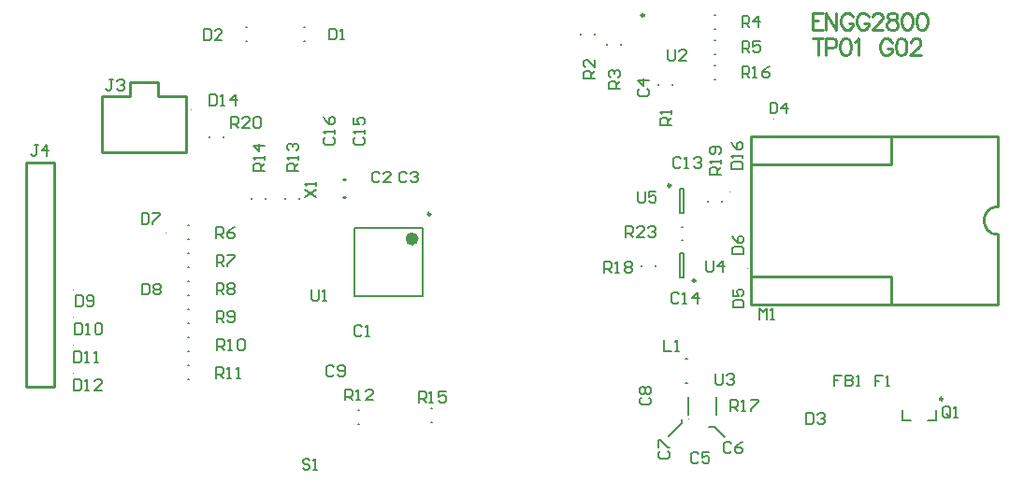
<source format=gbr>
%TF.GenerationSoftware,Altium Limited,Altium Designer,18.1.7 (191)*%
G04 Layer_Color=65535*
%FSLAX26Y26*%
%MOIN*%
%TF.FileFunction,Legend,Top*%
%TF.Part,Single*%
G01*
G75*
%TA.AperFunction,NonConductor*%
%ADD53C,0.010000*%
%ADD54C,0.003937*%
%ADD55C,0.007874*%
%ADD56C,0.008661*%
%ADD68C,0.009842*%
%ADD69C,0.023622*%
D53*
X3509685Y980000D02*
G03*
X3509685Y880000I0J-50000D01*
G01*
X43685Y336000D02*
X143685D01*
X143685Y1136000D02*
X143685Y336000D01*
X43685Y1136000D02*
X143685D01*
X43685D02*
X43685Y336000D01*
X2629685Y1130000D02*
X3129685D01*
X2629685Y730000D02*
X3129685D01*
X2629685Y630000D02*
Y1230000D01*
X3129685Y630000D02*
Y730000D01*
Y1130000D02*
Y1230000D01*
X3509685Y730000D02*
Y880000D01*
Y980000D02*
Y1130000D01*
X2629685Y630000D02*
X3129685D01*
X2629685D02*
Y730000D01*
Y1230000D02*
X3129685D01*
X2629685Y1130000D02*
Y1230000D01*
X3129685D02*
X3509685D01*
Y1130000D02*
Y1230000D01*
Y630000D02*
Y730000D01*
X3129685Y630000D02*
X3509685D01*
X1173501Y1076496D02*
X1181375D01*
X1173501Y1013504D02*
X1181375D01*
X326685Y1173000D02*
X386685D01*
X316685D02*
X326685D01*
X316685D02*
Y1273000D01*
X386685Y1173000D02*
X616685D01*
X316685Y1273000D02*
Y1373000D01*
X616685Y1173000D02*
Y1273000D01*
X316685Y1373000D02*
X416685D01*
Y1423000D01*
X516685D01*
Y1373000D02*
Y1423000D01*
Y1373000D02*
X616685D01*
Y1273000D02*
Y1373000D01*
D54*
X2553622Y1031732D02*
G03*
X2553622Y1031732I-1968J0D01*
G01*
X632157Y1325315D02*
G03*
X632157Y1325315I-1968J0D01*
G01*
X2712968Y1293496D02*
G03*
X2712968Y1293496I-1968J0D01*
G01*
X213150Y584685D02*
G03*
X213150Y584685I-1968J0D01*
G01*
Y484685D02*
G03*
X213150Y484685I-1968J0D01*
G01*
Y384685D02*
G03*
X213150Y384685I-1968J0D01*
G01*
Y683079D02*
G03*
X213150Y683079I-1968J0D01*
G01*
X545866Y784134D02*
G03*
X545866Y784134I-1968J0D01*
G01*
X543858Y884606D02*
G03*
X543858Y884606I-1968J0D01*
G01*
X2407441Y222756D02*
G03*
X2407441Y222756I-1968J0D01*
G01*
X2614150Y960685D02*
G03*
X2614150Y960685I-1968J0D01*
G01*
X2618150Y760195D02*
G03*
X2618150Y760195I-1968J0D01*
G01*
X2825157Y288213D02*
G03*
X2825157Y288213I-1968J0D01*
G01*
D55*
X2381811Y859528D02*
X2385748D01*
X2381811Y908740D02*
X2385748D01*
X2498622Y1663937D02*
X2502559D01*
X2498622Y1614724D02*
X2502559D01*
X2497638Y1572244D02*
X2501575D01*
X2497638Y1523032D02*
X2501575D01*
X2497638Y1482520D02*
X2501575D01*
X2497638Y1433307D02*
X2501575D01*
X2072441Y1594016D02*
Y1597953D01*
X2023228Y1594016D02*
Y1597953D01*
X747291Y1226032D02*
Y1229968D01*
X698079Y1226032D02*
Y1229968D01*
X1215638Y904047D02*
X1459732D01*
X1215638Y659953D02*
X1459732D01*
Y904047D01*
X1215638Y659953D02*
Y904047D01*
X2405472Y238504D02*
Y301496D01*
X2503898Y238504D02*
Y301496D01*
X2396386Y349693D02*
X2402291D01*
X2396386Y436307D02*
X2402291D01*
X3169291Y218504D02*
X3196850D01*
X3259842D02*
X3287401D01*
X3169291D02*
Y253937D01*
X3287401Y218504D02*
Y253937D01*
X2499054Y193434D02*
X2535488Y157000D01*
X2479551Y193434D02*
X2499054D01*
X2381370Y208752D02*
Y219000D01*
X2333994Y161376D02*
X2381370Y208752D01*
X2476181Y996266D02*
Y1000203D01*
X2525394Y996266D02*
Y1000203D01*
X2373496Y1043307D02*
X2389244D01*
X2373496Y956693D02*
X2389244D01*
X2373496D02*
Y1043307D01*
X2389244Y956693D02*
Y1043307D01*
X2288291Y766032D02*
Y769968D01*
X2239079Y766032D02*
Y769968D01*
X2373496Y726693D02*
X2389244D01*
X2373496Y813307D02*
X2389244D01*
Y726693D02*
Y813307D01*
X2373496Y726693D02*
Y813307D01*
X2299528Y1413150D02*
Y1417087D01*
X2348740Y1413150D02*
Y1417087D01*
X1488307Y259488D02*
X1492244D01*
X1488307Y210276D02*
X1492244D01*
X2115984Y1556929D02*
Y1560866D01*
X2165197Y1556929D02*
Y1560866D01*
X1228976Y254606D02*
X1232913D01*
X1228976Y205394D02*
X1232913D01*
X622693Y412606D02*
X626630D01*
X622693Y363394D02*
X626630D01*
X622693Y512606D02*
X626630D01*
X622693Y463394D02*
X626630D01*
X622693Y612606D02*
X626630D01*
X622693Y563394D02*
X626630D01*
X622693Y712606D02*
X626630D01*
X622693Y663394D02*
X626630D01*
X622693Y812606D02*
X626630D01*
X622693Y763394D02*
X626630D01*
X622693Y912606D02*
X626630D01*
X622693Y863394D02*
X626630D01*
X848504Y1007506D02*
Y1011443D01*
X897716Y1007506D02*
Y1011443D01*
X969079Y1008032D02*
Y1011968D01*
X1018291Y1008032D02*
Y1011968D01*
X827716Y1570394D02*
X831654D01*
X827716Y1619606D02*
X831654D01*
X1033902Y1619843D02*
X1037839D01*
X1033902Y1570630D02*
X1037839D01*
X2183347Y869764D02*
Y909121D01*
X2203025D01*
X2209585Y902562D01*
Y889442D01*
X2203025Y882883D01*
X2183347D01*
X2196466D02*
X2209585Y869764D01*
X2248942D02*
X2222704D01*
X2248942Y896002D01*
Y902562D01*
X2242383Y909121D01*
X2229264D01*
X2222704Y902562D01*
X2262061D02*
X2268621Y909121D01*
X2281740D01*
X2288300Y902562D01*
Y896002D01*
X2281740Y889442D01*
X2275180D01*
X2281740D01*
X2288300Y882883D01*
Y876323D01*
X2281740Y869764D01*
X2268621D01*
X2262061Y876323D01*
X2558910Y1112913D02*
X2598268D01*
Y1132592D01*
X2591708Y1139152D01*
X2565470D01*
X2558910Y1132592D01*
Y1112913D01*
X2598268Y1152271D02*
Y1165390D01*
Y1158830D01*
X2558910D01*
X2565470Y1152271D01*
X2558910Y1211307D02*
X2565470Y1198188D01*
X2578589Y1185069D01*
X2591708D01*
X2598268Y1191628D01*
Y1204747D01*
X2591708Y1211307D01*
X2585149D01*
X2578589Y1204747D01*
Y1185069D01*
X775512Y1261238D02*
Y1300595D01*
X795191D01*
X801750Y1294036D01*
Y1280917D01*
X795191Y1274357D01*
X775512D01*
X788631D02*
X801750Y1261238D01*
X841107D02*
X814869D01*
X841107Y1287476D01*
Y1294036D01*
X834548Y1300595D01*
X821429D01*
X814869Y1294036D01*
X854227D02*
X860786Y1300595D01*
X873905D01*
X880465Y1294036D01*
Y1267798D01*
X873905Y1261238D01*
X860786D01*
X854227Y1267798D01*
Y1294036D01*
X87026Y1199279D02*
X73906D01*
X80466D01*
Y1166481D01*
X73906Y1159921D01*
X67347D01*
X60787Y1166481D01*
X119823Y1159921D02*
Y1199279D01*
X100145Y1179600D01*
X126383D01*
X699055Y1378885D02*
Y1339528D01*
X718734D01*
X725293Y1346087D01*
Y1372325D01*
X718734Y1378885D01*
X699055D01*
X738413Y1339528D02*
X751532D01*
X744972D01*
Y1378885D01*
X738413Y1372325D01*
X790889Y1339528D02*
Y1378885D01*
X771210Y1359206D01*
X797448D01*
X216142Y364594D02*
Y325236D01*
X235820D01*
X242380Y331796D01*
Y358034D01*
X235820Y364594D01*
X216142D01*
X255499Y325236D02*
X268618D01*
X262059D01*
Y364594D01*
X255499Y358034D01*
X314535Y325236D02*
X288297D01*
X314535Y351474D01*
Y358034D01*
X307976Y364594D01*
X294856D01*
X288297Y358034D01*
X216142Y462468D02*
Y423110D01*
X235820D01*
X242380Y429670D01*
Y455908D01*
X235820Y462468D01*
X216142D01*
X255499Y423110D02*
X268618D01*
X262059D01*
Y462468D01*
X255499Y455908D01*
X288297Y423110D02*
X301416D01*
X294856D01*
Y462468D01*
X288297Y455908D01*
X217992Y563137D02*
Y523779D01*
X237671D01*
X244230Y530339D01*
Y556577D01*
X237671Y563137D01*
X217992D01*
X257349Y523779D02*
X270469D01*
X263909D01*
Y563137D01*
X257349Y556577D01*
X290147D02*
X296707Y563137D01*
X309826D01*
X316385Y556577D01*
Y530339D01*
X309826Y523779D01*
X296707D01*
X290147Y530339D01*
Y556577D01*
X2951120Y378728D02*
X2924882D01*
Y359049D01*
X2938001D01*
X2924882D01*
Y339370D01*
X2964239Y378728D02*
Y339370D01*
X2983918D01*
X2990477Y345930D01*
Y352489D01*
X2983918Y359049D01*
X2964239D01*
X2983918D01*
X2990477Y365608D01*
Y372168D01*
X2983918Y378728D01*
X2964239D01*
X3003597Y339370D02*
X3016716D01*
X3010156D01*
Y378728D01*
X3003597Y372168D01*
X220787Y664790D02*
Y625433D01*
X240466D01*
X247026Y631993D01*
Y658231D01*
X240466Y664790D01*
X220787D01*
X260145Y631993D02*
X266704Y625433D01*
X279824D01*
X286383Y631993D01*
Y658231D01*
X279824Y664790D01*
X266704D01*
X260145Y658231D01*
Y651671D01*
X266704Y645112D01*
X286383D01*
X458905Y705106D02*
Y665748D01*
X478584D01*
X485144Y672308D01*
Y698546D01*
X478584Y705106D01*
X458905D01*
X498263Y698546D02*
X504822Y705106D01*
X517942D01*
X524501Y698546D01*
Y691986D01*
X517942Y685427D01*
X524501Y678867D01*
Y672308D01*
X517942Y665748D01*
X504822D01*
X498263Y672308D01*
Y678867D01*
X504822Y685427D01*
X498263Y691986D01*
Y698546D01*
X504822Y685427D02*
X517942D01*
X457079Y956452D02*
Y917094D01*
X476757D01*
X483317Y923654D01*
Y949892D01*
X476757Y956452D01*
X457079D01*
X496436D02*
X522674D01*
Y949892D01*
X496436Y923654D01*
Y917094D01*
X2561863Y809882D02*
X2601220D01*
Y829561D01*
X2594661Y836120D01*
X2568423D01*
X2561863Y829561D01*
Y809882D01*
Y875477D02*
X2568423Y862358D01*
X2581542Y849239D01*
X2594661D01*
X2601220Y855799D01*
Y868918D01*
X2594661Y875477D01*
X2588101D01*
X2581542Y868918D01*
Y849239D01*
X2563871Y619882D02*
X2603228D01*
Y639561D01*
X2596669Y646120D01*
X2570430D01*
X2563871Y639561D01*
Y619882D01*
Y685477D02*
Y659239D01*
X2583550D01*
X2576990Y672358D01*
Y678918D01*
X2583550Y685477D01*
X2596669D01*
X2603228Y678918D01*
Y665799D01*
X2596669Y659239D01*
X1111822Y1227238D02*
X1105263Y1220679D01*
Y1207560D01*
X1111822Y1201000D01*
X1138060D01*
X1144620Y1207560D01*
Y1220679D01*
X1138060Y1227238D01*
X1144620Y1240357D02*
Y1253476D01*
Y1246917D01*
X1105263D01*
X1111822Y1240357D01*
X1105263Y1299393D02*
X1111822Y1286274D01*
X1124941Y1273155D01*
X1138060D01*
X1144620Y1279715D01*
Y1292834D01*
X1138060Y1299393D01*
X1131501D01*
X1124941Y1292834D01*
Y1273155D01*
X1218887Y1226238D02*
X1212328Y1219679D01*
Y1206560D01*
X1218887Y1200000D01*
X1245125D01*
X1251685Y1206560D01*
Y1219679D01*
X1245125Y1226238D01*
X1251685Y1239357D02*
Y1252476D01*
Y1245917D01*
X1212328D01*
X1218887Y1239357D01*
X1212328Y1298393D02*
Y1272155D01*
X1232006D01*
X1225447Y1285274D01*
Y1291834D01*
X1232006Y1298393D01*
X1245125D01*
X1251685Y1291834D01*
Y1278715D01*
X1245125Y1272155D01*
X2697008Y1351798D02*
Y1312441D01*
X2716686D01*
X2723246Y1319001D01*
Y1345239D01*
X2716686Y1351798D01*
X2697008D01*
X2756044Y1312441D02*
Y1351798D01*
X2736365Y1332120D01*
X2762603D01*
X2371711Y666262D02*
X2365151Y672822D01*
X2352032D01*
X2345472Y666262D01*
Y640024D01*
X2352032Y633465D01*
X2365151D01*
X2371711Y640024D01*
X2384830Y633465D02*
X2397949D01*
X2391389D01*
Y672822D01*
X2384830Y666262D01*
X2437306Y633465D02*
Y672822D01*
X2417628Y653143D01*
X2443866D01*
X2379522Y1150798D02*
X2372962Y1157357D01*
X2359843D01*
X2353284Y1150798D01*
Y1124560D01*
X2359843Y1118000D01*
X2372962D01*
X2379522Y1124560D01*
X2392641Y1118000D02*
X2405760D01*
X2399200D01*
Y1157357D01*
X2392641Y1150798D01*
X2425439D02*
X2431998Y1157357D01*
X2445117D01*
X2451677Y1150798D01*
Y1144238D01*
X2445117Y1137679D01*
X2438558D01*
X2445117D01*
X2451677Y1131119D01*
Y1124560D01*
X2445117Y1118000D01*
X2431998D01*
X2425439Y1124560D01*
X2520394Y1095158D02*
X2481036D01*
Y1114836D01*
X2487596Y1121396D01*
X2500715D01*
X2507275Y1114836D01*
Y1095158D01*
Y1108277D02*
X2520394Y1121396D01*
Y1134515D02*
Y1147634D01*
Y1141074D01*
X2481036D01*
X2487596Y1134515D01*
X2513834Y1167313D02*
X2520394Y1173872D01*
Y1186991D01*
X2513834Y1193551D01*
X2487596D01*
X2481036Y1186991D01*
Y1173872D01*
X2487596Y1167313D01*
X2494155D01*
X2500715Y1173872D01*
Y1193551D01*
X2106685Y744409D02*
Y783767D01*
X2126364D01*
X2132923Y777207D01*
Y764088D01*
X2126364Y757529D01*
X2106685D01*
X2119804D02*
X2132923Y744409D01*
X2146042D02*
X2159162D01*
X2152602D01*
Y783767D01*
X2146042Y777207D01*
X2178840D02*
X2185400Y783767D01*
X2198519D01*
X2205078Y777207D01*
Y770648D01*
X2198519Y764088D01*
X2205078Y757529D01*
Y750969D01*
X2198519Y744409D01*
X2185400D01*
X2178840Y750969D01*
Y757529D01*
X2185400Y764088D01*
X2178840Y770648D01*
Y777207D01*
X2185400Y764088D02*
X2198519D01*
X2658898Y577953D02*
Y617310D01*
X2672017Y604191D01*
X2685136Y617310D01*
Y577953D01*
X2698255D02*
X2711374D01*
X2704815D01*
Y617310D01*
X2698255Y610751D01*
X2469134Y786562D02*
Y753764D01*
X2475693Y747205D01*
X2488813D01*
X2495372Y753764D01*
Y786562D01*
X2528170Y747205D02*
Y786562D01*
X2508491Y766883D01*
X2534729D01*
X2224472Y1033357D02*
Y1000560D01*
X2231032Y994000D01*
X2244151D01*
X2250711Y1000560D01*
Y1033357D01*
X2290068D02*
X2263830D01*
Y1013679D01*
X2276949Y1020238D01*
X2283508D01*
X2290068Y1013679D01*
Y1000560D01*
X2283508Y994000D01*
X2270389D01*
X2263830Y1000560D01*
X1142852Y405632D02*
X1136293Y412192D01*
X1123174D01*
X1116614Y405632D01*
Y379394D01*
X1123174Y372835D01*
X1136293D01*
X1142852Y379394D01*
X1155972D02*
X1162531Y372835D01*
X1175650D01*
X1182210Y379394D01*
Y405632D01*
X1175650Y412192D01*
X1162531D01*
X1155972Y405632D01*
Y399073D01*
X1162531Y392513D01*
X1182210D01*
X3338443Y233793D02*
Y260031D01*
X3331883Y266591D01*
X3318764D01*
X3312205Y260031D01*
Y233793D01*
X3318764Y227234D01*
X3331883D01*
X3325324Y240353D02*
X3338443Y227234D01*
X3331883D02*
X3338443Y233793D01*
X3351562Y227234D02*
X3364681D01*
X3358122D01*
Y266591D01*
X3351562Y260031D01*
X3097026Y378334D02*
X3070787D01*
Y358655D01*
X3083907D01*
X3070787D01*
Y338976D01*
X3110145D02*
X3123264D01*
X3116704D01*
Y378334D01*
X3110145Y371774D01*
X2824764Y242310D02*
Y202953D01*
X2844442D01*
X2851002Y209512D01*
Y235751D01*
X2844442Y242310D01*
X2824764D01*
X2864121Y235751D02*
X2870681Y242310D01*
X2883800D01*
X2890359Y235751D01*
Y229191D01*
X2883800Y222631D01*
X2877240D01*
X2883800D01*
X2890359Y216072D01*
Y209512D01*
X2883800Y202953D01*
X2870681D01*
X2864121Y209512D01*
X2501929Y382468D02*
Y349670D01*
X2508489Y343110D01*
X2521608D01*
X2528167Y349670D01*
Y382468D01*
X2541287Y375908D02*
X2547846Y382468D01*
X2560965D01*
X2567525Y375908D01*
Y369348D01*
X2560965Y362789D01*
X2554406D01*
X2560965D01*
X2567525Y356229D01*
Y349670D01*
X2560965Y343110D01*
X2547846D01*
X2541287Y349670D01*
X2555748Y251654D02*
Y291011D01*
X2575427D01*
X2581986Y284451D01*
Y271332D01*
X2575427Y264773D01*
X2555748D01*
X2568867D02*
X2581986Y251654D01*
X2595105D02*
X2608224D01*
X2601665D01*
Y291011D01*
X2595105Y284451D01*
X2627903Y291011D02*
X2654141D01*
Y284451D01*
X2627903Y258213D01*
Y251654D01*
X2318685Y503357D02*
Y464000D01*
X2344923D01*
X2358042D02*
X2371162D01*
X2364602D01*
Y503357D01*
X2358042Y496798D01*
X2238781Y298734D02*
X2232221Y292175D01*
Y279056D01*
X2238781Y272496D01*
X2265019D01*
X2271579Y279056D01*
Y292175D01*
X2265019Y298734D01*
X2238781Y311853D02*
X2232221Y318413D01*
Y331532D01*
X2238781Y338092D01*
X2245340D01*
X2251900Y331532D01*
X2258460Y338092D01*
X2265019D01*
X2271579Y331532D01*
Y318413D01*
X2265019Y311853D01*
X2258460D01*
X2251900Y318413D01*
X2245340Y311853D01*
X2238781D01*
X2251900Y318413D02*
Y331532D01*
X2557608Y132798D02*
X2551049Y139357D01*
X2537930D01*
X2531370Y132798D01*
Y106560D01*
X2537930Y100000D01*
X2551049D01*
X2557608Y106560D01*
X2596966Y139357D02*
X2583847Y132798D01*
X2570727Y119679D01*
Y106560D01*
X2577287Y100000D01*
X2590406D01*
X2596966Y106560D01*
Y113119D01*
X2590406Y119679D01*
X2570727D01*
X2440687Y96066D02*
X2434128Y102625D01*
X2421008D01*
X2414449Y96066D01*
Y69827D01*
X2421008Y63268D01*
X2434128D01*
X2440687Y69827D01*
X2480044Y102625D02*
X2453806D01*
Y82946D01*
X2466925Y89506D01*
X2473485D01*
X2480044Y82946D01*
Y69827D01*
X2473485Y63268D01*
X2460366D01*
X2453806Y69827D01*
X2306557Y106411D02*
X2299997Y99852D01*
Y86733D01*
X2306557Y80173D01*
X2332795D01*
X2339354Y86733D01*
Y99852D01*
X2332795Y106411D01*
X2299997Y119531D02*
Y145769D01*
X2306557D01*
X2332795Y119531D01*
X2339354D01*
X1062126Y683491D02*
Y650693D01*
X1068686Y644134D01*
X1081805D01*
X1088364Y650693D01*
Y683491D01*
X1101483Y644134D02*
X1114602D01*
X1108043D01*
Y683491D01*
X1101483Y676932D01*
X1304230Y1098782D02*
X1297671Y1105342D01*
X1284552D01*
X1277992Y1098782D01*
Y1072544D01*
X1284552Y1065984D01*
X1297671D01*
X1304230Y1072544D01*
X1343588Y1065984D02*
X1317350D01*
X1343588Y1092223D01*
Y1098782D01*
X1337028Y1105342D01*
X1323909D01*
X1317350Y1098782D01*
X1242262Y549569D02*
X1235702Y556129D01*
X1222583D01*
X1216024Y549569D01*
Y523331D01*
X1222583Y516772D01*
X1235702D01*
X1242262Y523331D01*
X1255381Y516772D02*
X1268500D01*
X1261941D01*
Y556129D01*
X1255381Y549569D01*
X1056451Y74837D02*
X1049891Y81397D01*
X1036772D01*
X1030213Y74837D01*
Y68278D01*
X1036772Y61718D01*
X1049891D01*
X1056451Y55158D01*
Y48599D01*
X1049891Y42039D01*
X1036772D01*
X1030213Y48599D01*
X1069570Y42039D02*
X1082689D01*
X1076130D01*
Y81397D01*
X1069570Y74837D01*
X2597126Y1441653D02*
Y1481011D01*
X2616805D01*
X2623364Y1474451D01*
Y1461332D01*
X2616805Y1454773D01*
X2597126D01*
X2610245D02*
X2623364Y1441653D01*
X2636483D02*
X2649602D01*
X2643043D01*
Y1481011D01*
X2636483Y1474451D01*
X2695519Y1481011D02*
X2682400Y1474451D01*
X2669281Y1461332D01*
Y1448213D01*
X2675841Y1441653D01*
X2688960D01*
X2695519Y1448213D01*
Y1454773D01*
X2688960Y1461332D01*
X2669281D01*
X1444025Y280089D02*
Y319447D01*
X1463704D01*
X1470263Y312887D01*
Y299768D01*
X1463704Y293209D01*
X1444025D01*
X1457144D02*
X1470263Y280089D01*
X1483382D02*
X1496502D01*
X1489942D01*
Y319447D01*
X1483382Y312887D01*
X1542418Y319447D02*
X1516180D01*
Y299768D01*
X1529299Y306328D01*
X1535859D01*
X1542418Y299768D01*
Y286649D01*
X1535859Y280089D01*
X1522740D01*
X1516180Y286649D01*
X2345866Y1271693D02*
X2306509D01*
Y1291372D01*
X2313068Y1297931D01*
X2326187D01*
X2332747Y1291372D01*
Y1271693D01*
Y1284812D02*
X2345866Y1297931D01*
Y1311050D02*
Y1324169D01*
Y1317610D01*
X2306509D01*
X2313068Y1311050D01*
X2230887Y1398994D02*
X2224328Y1392435D01*
Y1379315D01*
X2230887Y1372756D01*
X2257125D01*
X2263685Y1379315D01*
Y1392435D01*
X2257125Y1398994D01*
X2263685Y1431792D02*
X2224328D01*
X2244006Y1412113D01*
Y1438351D01*
X355136Y1434318D02*
X342017D01*
X348576D01*
Y1401520D01*
X342017Y1394961D01*
X335457D01*
X328898Y1401520D01*
X368255Y1427758D02*
X374815Y1434318D01*
X387934D01*
X394493Y1427758D01*
Y1421199D01*
X387934Y1414639D01*
X381374D01*
X387934D01*
X394493Y1408080D01*
Y1401520D01*
X387934Y1394961D01*
X374815D01*
X368255Y1401520D01*
X2331732Y1540420D02*
Y1507623D01*
X2338292Y1501063D01*
X2351411D01*
X2357970Y1507623D01*
Y1540420D01*
X2397328Y1501063D02*
X2371090D01*
X2397328Y1527301D01*
Y1533861D01*
X2390768Y1540420D01*
X2377649D01*
X2371090Y1533861D01*
X1039580Y1015276D02*
X1078937Y1041514D01*
X1039580D02*
X1078937Y1015276D01*
Y1054633D02*
Y1067752D01*
Y1061193D01*
X1039580D01*
X1046139Y1054633D01*
X677520Y1614200D02*
Y1574842D01*
X697198D01*
X703758Y1581402D01*
Y1607640D01*
X697198Y1614200D01*
X677520D01*
X743115Y1574842D02*
X716877D01*
X743115Y1601081D01*
Y1607640D01*
X736556Y1614200D01*
X723437D01*
X716877Y1607640D01*
X1126024Y1615302D02*
Y1575945D01*
X1145702D01*
X1152262Y1582505D01*
Y1608743D01*
X1145702Y1615302D01*
X1126024D01*
X1165381Y1575945D02*
X1178500D01*
X1171941D01*
Y1615302D01*
X1165381Y1608743D01*
X893685Y1106552D02*
X854328D01*
Y1126231D01*
X860887Y1132791D01*
X874006D01*
X880566Y1126231D01*
Y1106552D01*
Y1119671D02*
X893685Y1132791D01*
Y1145910D02*
Y1159029D01*
Y1152469D01*
X854328D01*
X860887Y1145910D01*
X893685Y1198386D02*
X854328D01*
X874006Y1178708D01*
Y1204946D01*
X1014260Y1107078D02*
X974902D01*
Y1126757D01*
X981462Y1133316D01*
X994581D01*
X1001141Y1126757D01*
Y1107078D01*
Y1120197D02*
X1014260Y1133316D01*
Y1146436D02*
Y1159555D01*
Y1152995D01*
X974902D01*
X981462Y1146436D01*
Y1179233D02*
X974902Y1185793D01*
Y1198912D01*
X981462Y1205472D01*
X988022D01*
X994581Y1198912D01*
Y1192352D01*
Y1198912D01*
X1001141Y1205472D01*
X1007700D01*
X1014260Y1198912D01*
Y1185793D01*
X1007700Y1179233D01*
X721661Y366774D02*
Y406131D01*
X741340D01*
X747900Y399572D01*
Y386453D01*
X741340Y379893D01*
X721661D01*
X734780D02*
X747900Y366774D01*
X761019D02*
X774138D01*
X767578D01*
Y406131D01*
X761019Y399572D01*
X793817Y366774D02*
X806936D01*
X800376D01*
Y406131D01*
X793817Y399572D01*
X725095Y467526D02*
Y506884D01*
X744774D01*
X751333Y500324D01*
Y487205D01*
X744774Y480645D01*
X725095D01*
X738214D02*
X751333Y467526D01*
X764452D02*
X777571D01*
X771012D01*
Y506884D01*
X764452Y500324D01*
X797250D02*
X803810Y506884D01*
X816929D01*
X823488Y500324D01*
Y474086D01*
X816929Y467526D01*
X803810D01*
X797250Y474086D01*
Y500324D01*
X723799Y566774D02*
Y606131D01*
X743477D01*
X750037Y599572D01*
Y586453D01*
X743477Y579893D01*
X723799D01*
X736918D02*
X750037Y566774D01*
X763156Y573334D02*
X769716Y566774D01*
X782835D01*
X789394Y573334D01*
Y599572D01*
X782835Y606131D01*
X769716D01*
X763156Y599572D01*
Y593012D01*
X769716Y586453D01*
X789394D01*
X723720Y667526D02*
Y706884D01*
X743399D01*
X749958Y700324D01*
Y687205D01*
X743399Y680645D01*
X723720D01*
X736839D02*
X749958Y667526D01*
X763077Y700324D02*
X769637Y706884D01*
X782756D01*
X789316Y700324D01*
Y693764D01*
X782756Y687205D01*
X789316Y680645D01*
Y674086D01*
X782756Y667526D01*
X769637D01*
X763077Y674086D01*
Y680645D01*
X769637Y687205D01*
X763077Y693764D01*
Y700324D01*
X769637Y687205D02*
X782756D01*
X723661Y767937D02*
Y807294D01*
X743340D01*
X749900Y800735D01*
Y787616D01*
X743340Y781056D01*
X723661D01*
X736780D02*
X749900Y767937D01*
X763019Y807294D02*
X789257D01*
Y800735D01*
X763019Y774496D01*
Y767937D01*
X721661Y866774D02*
Y906131D01*
X741340D01*
X747900Y899572D01*
Y886453D01*
X741340Y879893D01*
X721661D01*
X734780D02*
X747900Y866774D01*
X787257Y906131D02*
X774138Y899572D01*
X761019Y886453D01*
Y873334D01*
X767578Y866774D01*
X780697D01*
X787257Y873334D01*
Y879893D01*
X780697Y886453D01*
X761019D01*
X2597126Y1529882D02*
Y1569239D01*
X2616805D01*
X2623364Y1562680D01*
Y1549561D01*
X2616805Y1543001D01*
X2597126D01*
X2610245D02*
X2623364Y1529882D01*
X2662722Y1569239D02*
X2636483D01*
Y1549561D01*
X2649602Y1556120D01*
X2656162D01*
X2662722Y1549561D01*
Y1536441D01*
X2656162Y1529882D01*
X2643043D01*
X2636483Y1536441D01*
X2597126Y1621339D02*
Y1660696D01*
X2616805D01*
X2623364Y1654136D01*
Y1641017D01*
X2616805Y1634458D01*
X2597126D01*
X2610245D02*
X2623364Y1621339D01*
X2656162D02*
Y1660696D01*
X2636483Y1641017D01*
X2662722D01*
X1182945Y289000D02*
Y328357D01*
X1202624D01*
X1209183Y321798D01*
Y308679D01*
X1202624Y302119D01*
X1182945D01*
X1196064D02*
X1209183Y289000D01*
X1222302D02*
X1235421D01*
X1228862D01*
Y328357D01*
X1222302Y321798D01*
X1281338Y289000D02*
X1255100D01*
X1281338Y315238D01*
Y321798D01*
X1274779Y328357D01*
X1261660D01*
X1255100Y321798D01*
X2160984Y1400709D02*
X2121627D01*
Y1420387D01*
X2128186Y1426947D01*
X2141305D01*
X2147865Y1420387D01*
Y1400709D01*
Y1413828D02*
X2160984Y1426947D01*
X2128186Y1440066D02*
X2121627Y1446626D01*
Y1459745D01*
X2128186Y1466304D01*
X2134746D01*
X2141305Y1459745D01*
Y1453185D01*
Y1459745D01*
X2147865Y1466304D01*
X2154425D01*
X2160984Y1459745D01*
Y1446626D01*
X2154425Y1440066D01*
X2070315Y1438661D02*
X2030958D01*
Y1458340D01*
X2037517Y1464900D01*
X2050636D01*
X2057196Y1458340D01*
Y1438661D01*
Y1451781D02*
X2070315Y1464900D01*
Y1504257D02*
Y1478019D01*
X2044077Y1504257D01*
X2037517D01*
X2030958Y1497697D01*
Y1484578D01*
X2037517Y1478019D01*
X1401002Y1098782D02*
X1394443Y1105342D01*
X1381323D01*
X1374764Y1098782D01*
Y1072544D01*
X1381323Y1065984D01*
X1394443D01*
X1401002Y1072544D01*
X1414121Y1098782D02*
X1420681Y1105342D01*
X1433800D01*
X1440359Y1098782D01*
Y1092223D01*
X1433800Y1085663D01*
X1427240D01*
X1433800D01*
X1440359Y1079103D01*
Y1072544D01*
X1433800Y1065984D01*
X1420681D01*
X1414121Y1072544D01*
D56*
X2883715Y1670995D02*
X2847165D01*
Y1611953D01*
X2883715D01*
X2847165Y1642880D02*
X2869658D01*
X2893556Y1670995D02*
Y1611953D01*
Y1670995D02*
X2932917Y1611953D01*
Y1670995D02*
Y1611953D01*
X2991398Y1656938D02*
X2988586Y1662561D01*
X2982963Y1668184D01*
X2977340Y1670995D01*
X2966094D01*
X2960471Y1668184D01*
X2954847Y1662561D01*
X2952036Y1656938D01*
X2949224Y1648503D01*
Y1634446D01*
X2952036Y1626011D01*
X2954847Y1620388D01*
X2960471Y1614765D01*
X2966094Y1611953D01*
X2977340D01*
X2982963Y1614765D01*
X2988586Y1620388D01*
X2991398Y1626011D01*
Y1634446D01*
X2977340D02*
X2991398D01*
X3047066Y1656938D02*
X3044255Y1662561D01*
X3038631Y1668184D01*
X3033008Y1670995D01*
X3021762D01*
X3016139Y1668184D01*
X3010516Y1662561D01*
X3007704Y1656938D01*
X3004893Y1648503D01*
Y1634446D01*
X3007704Y1626011D01*
X3010516Y1620388D01*
X3016139Y1614765D01*
X3021762Y1611953D01*
X3033008D01*
X3038631Y1614765D01*
X3044255Y1620388D01*
X3047066Y1626011D01*
Y1634446D01*
X3033008D02*
X3047066D01*
X3063373Y1656938D02*
Y1659749D01*
X3066185Y1665372D01*
X3068996Y1668184D01*
X3074619Y1670995D01*
X3085865D01*
X3091489Y1668184D01*
X3094300Y1665372D01*
X3097112Y1659749D01*
Y1654126D01*
X3094300Y1648503D01*
X3088677Y1640069D01*
X3060562Y1611953D01*
X3099923D01*
X3127195Y1670995D02*
X3118761Y1668184D01*
X3115949Y1662561D01*
Y1656938D01*
X3118761Y1651315D01*
X3124384Y1648503D01*
X3135630Y1645692D01*
X3144064Y1642880D01*
X3149688Y1637257D01*
X3152499Y1631634D01*
Y1623199D01*
X3149688Y1617576D01*
X3146876Y1614765D01*
X3138441Y1611953D01*
X3127195D01*
X3118761Y1614765D01*
X3115949Y1617576D01*
X3113137Y1623199D01*
Y1631634D01*
X3115949Y1637257D01*
X3121572Y1642880D01*
X3130007Y1645692D01*
X3141253Y1648503D01*
X3146876Y1651315D01*
X3149688Y1656938D01*
Y1662561D01*
X3146876Y1668184D01*
X3138441Y1670995D01*
X3127195D01*
X3182583D02*
X3174148Y1668184D01*
X3168525Y1659749D01*
X3165713Y1645692D01*
Y1637257D01*
X3168525Y1623199D01*
X3174148Y1614765D01*
X3182583Y1611953D01*
X3188206D01*
X3196640Y1614765D01*
X3202264Y1623199D01*
X3205075Y1637257D01*
Y1645692D01*
X3202264Y1659749D01*
X3196640Y1668184D01*
X3188206Y1670995D01*
X3182583D01*
X3235159D02*
X3226724Y1668184D01*
X3221101Y1659749D01*
X3218289Y1645692D01*
Y1637257D01*
X3221101Y1623199D01*
X3226724Y1614765D01*
X3235159Y1611953D01*
X3240782D01*
X3249216Y1614765D01*
X3254839Y1623199D01*
X3257651Y1637257D01*
Y1645692D01*
X3254839Y1659749D01*
X3249216Y1668184D01*
X3240782Y1670995D01*
X3235159D01*
X2866846Y1579357D02*
Y1520315D01*
X2847165Y1579357D02*
X2886527D01*
X2893556Y1548430D02*
X2918860D01*
X2927294Y1551242D01*
X2930106Y1554053D01*
X2932917Y1559677D01*
Y1568111D01*
X2930106Y1573734D01*
X2927294Y1576546D01*
X2918860Y1579357D01*
X2893556D01*
Y1520315D01*
X2963001Y1579357D02*
X2954566Y1576546D01*
X2948943Y1568111D01*
X2946132Y1554053D01*
Y1545619D01*
X2948943Y1531561D01*
X2954566Y1523126D01*
X2963001Y1520315D01*
X2968624D01*
X2977059Y1523126D01*
X2982682Y1531561D01*
X2985493Y1545619D01*
Y1554053D01*
X2982682Y1568111D01*
X2977059Y1576546D01*
X2968624Y1579357D01*
X2963001D01*
X2998708Y1568111D02*
X3004331Y1570923D01*
X3012765Y1579357D01*
Y1520315D01*
X3130569Y1565300D02*
X3127758Y1570923D01*
X3122134Y1576546D01*
X3116511Y1579357D01*
X3105265D01*
X3099642Y1576546D01*
X3094019Y1570923D01*
X3091207Y1565300D01*
X3088396Y1556865D01*
Y1542807D01*
X3091207Y1534373D01*
X3094019Y1528749D01*
X3099642Y1523126D01*
X3105265Y1520315D01*
X3116511D01*
X3122134Y1523126D01*
X3127758Y1528749D01*
X3130569Y1534373D01*
Y1542807D01*
X3116511D02*
X3130569D01*
X3160934Y1579357D02*
X3152499Y1576546D01*
X3146876Y1568111D01*
X3144064Y1554053D01*
Y1545619D01*
X3146876Y1531561D01*
X3152499Y1523126D01*
X3160934Y1520315D01*
X3166557D01*
X3174992Y1523126D01*
X3180615Y1531561D01*
X3183426Y1545619D01*
Y1554053D01*
X3180615Y1568111D01*
X3174992Y1576546D01*
X3166557Y1579357D01*
X3160934D01*
X3199452Y1565300D02*
Y1568111D01*
X3202264Y1573734D01*
X3205075Y1576546D01*
X3210698Y1579357D01*
X3221944D01*
X3227567Y1576546D01*
X3230379Y1573734D01*
X3233191Y1568111D01*
Y1562488D01*
X3230379Y1556865D01*
X3224756Y1548430D01*
X3196640Y1520315D01*
X3236002D01*
D68*
X1486307Y953260D02*
G03*
X1486307Y953260I-4921J0D01*
G01*
X3312008Y293307D02*
G03*
X3312008Y293307I-4921J0D01*
G01*
X2342000Y1055118D02*
G03*
X2342000Y1055118I-4921J0D01*
G01*
X2430583Y714882D02*
G03*
X2430583Y714882I-4921J0D01*
G01*
X2247323Y1661748D02*
G03*
X2247323Y1661748I-4921J0D01*
G01*
D69*
X1432173Y864677D02*
G03*
X1432173Y864677I-11811J0D01*
G01*
%TF.MD5,4700ff7721f37e1c8e35e8baeadd6009*%
M02*

</source>
